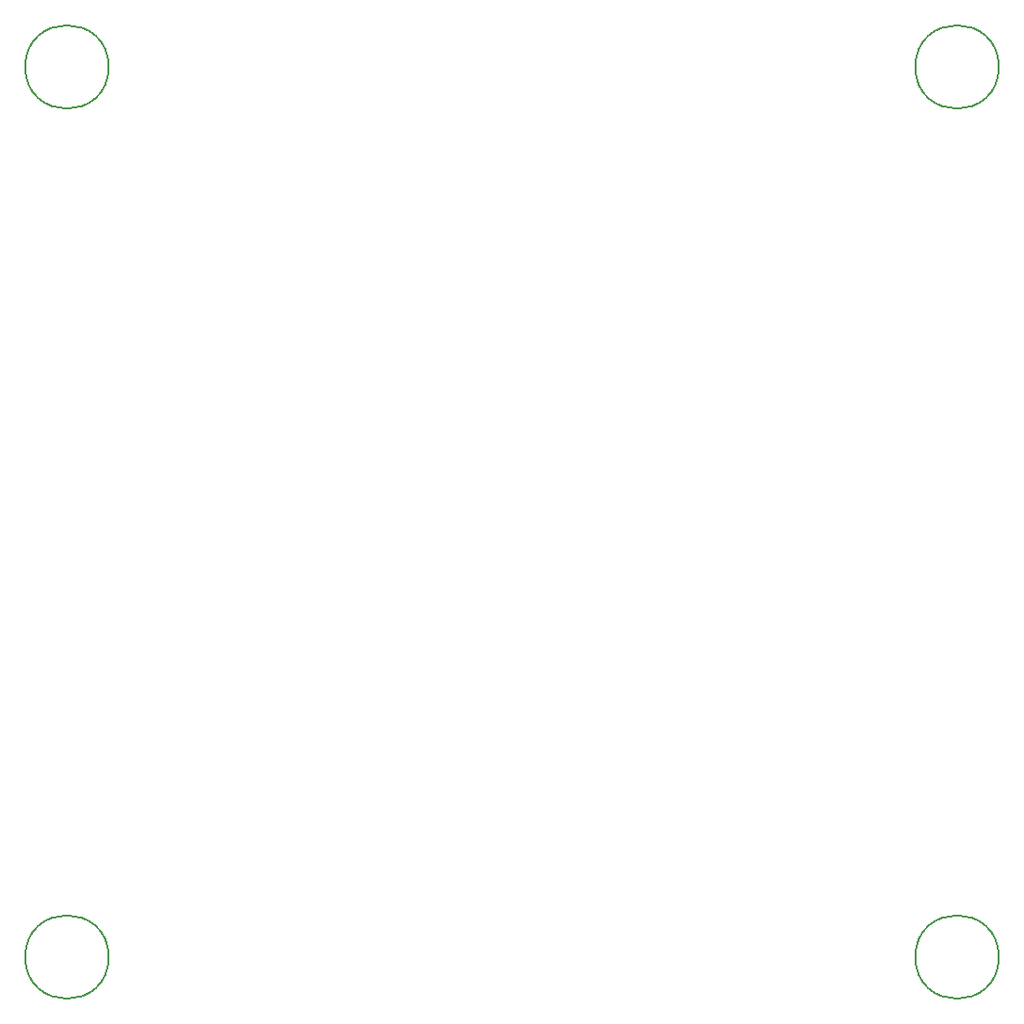
<source format=gbr>
%TF.GenerationSoftware,KiCad,Pcbnew,6.0.11-2627ca5db0~126~ubuntu22.04.1*%
%TF.CreationDate,2023-04-06T15:07:13+02:00*%
%TF.ProjectId,Subductor_carte_commande,53756264-7563-4746-9f72-5f6361727465,rev?*%
%TF.SameCoordinates,Original*%
%TF.FileFunction,Other,Comment*%
%FSLAX46Y46*%
G04 Gerber Fmt 4.6, Leading zero omitted, Abs format (unit mm)*
G04 Created by KiCad (PCBNEW 6.0.11-2627ca5db0~126~ubuntu22.04.1) date 2023-04-06 15:07:13*
%MOMM*%
%LPD*%
G01*
G04 APERTURE LIST*
%ADD10C,0.150000*%
G04 APERTURE END LIST*
D10*
%TO.C,H1*%
X38750000Y-35000000D02*
G75*
G03*
X38750000Y-35000000I-3750000J0D01*
G01*
%TO.C,H4*%
X118750000Y-115000000D02*
G75*
G03*
X118750000Y-115000000I-3750000J0D01*
G01*
%TO.C,H3*%
X38750000Y-115000000D02*
G75*
G03*
X38750000Y-115000000I-3750000J0D01*
G01*
%TO.C,H2*%
X118750000Y-35000000D02*
G75*
G03*
X118750000Y-35000000I-3750000J0D01*
G01*
%TD*%
M02*

</source>
